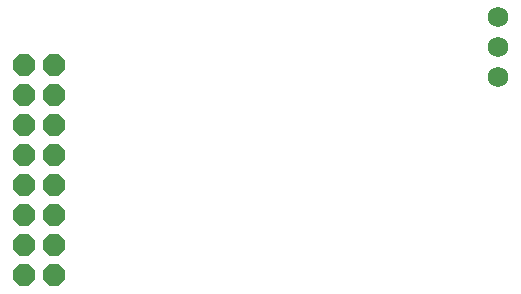
<source format=gbs>
G75*
G70*
%OFA0B0*%
%FSLAX24Y24*%
%IPPOS*%
%LPD*%
%AMOC8*
5,1,8,0,0,1.08239X$1,22.5*
%
%ADD10OC8,0.0740*%
%ADD11C,0.0680*%
D10*
X003660Y001050D03*
X004660Y001050D03*
X004660Y002050D03*
X003660Y002050D03*
X003660Y003050D03*
X004660Y003050D03*
X004660Y004050D03*
X003660Y004050D03*
X003660Y005050D03*
X004660Y005050D03*
X004660Y006050D03*
X003660Y006050D03*
X003660Y007050D03*
X004660Y007050D03*
X004660Y008050D03*
X003660Y008050D03*
D11*
X019460Y007650D03*
X019460Y008650D03*
X019460Y009650D03*
M02*

</source>
